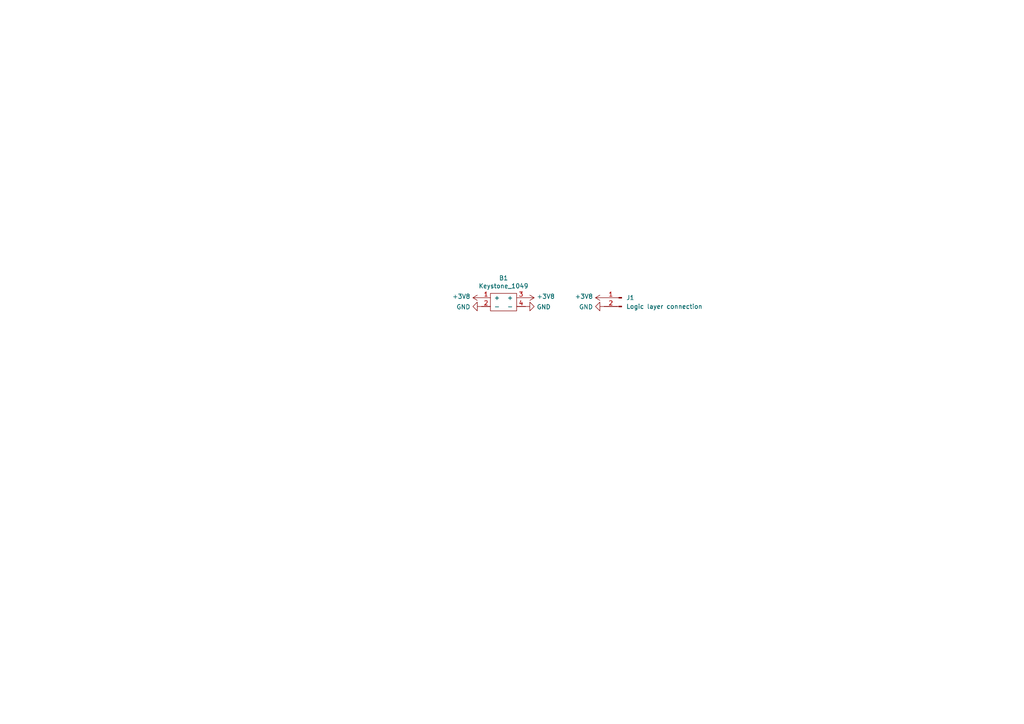
<source format=kicad_sch>
(kicad_sch
	(version 20231120)
	(generator "eeschema")
	(generator_version "8.0")
	(uuid "7800e6ab-aa65-462d-8ab2-668ad872097a")
	(paper "A4")
	(lib_symbols
		(symbol "General_TM:Keystone_1049"
			(pin_names
				(offset 1.016)
			)
			(exclude_from_sim no)
			(in_bom yes)
			(on_board yes)
			(property "Reference" "B"
				(at 0 5.08 0)
				(effects
					(font
						(size 1.27 1.27)
					)
				)
			)
			(property "Value" "Keystone_1049"
				(at 0 7.62 0)
				(effects
					(font
						(size 1.27 1.27)
					)
				)
			)
			(property "Footprint" ""
				(at 12.7 8.89 0)
				(effects
					(font
						(size 1.27 1.27)
					)
					(hide yes)
				)
			)
			(property "Datasheet" ""
				(at 12.7 8.89 0)
				(effects
					(font
						(size 1.27 1.27)
					)
					(hide yes)
				)
			)
			(property "Description" ""
				(at 0 0 0)
				(effects
					(font
						(size 1.27 1.27)
					)
					(hide yes)
				)
			)
			(symbol "Keystone_1049_0_1"
				(rectangle
					(start -3.81 2.54)
					(end 3.81 -2.54)
					(stroke
						(width 0)
						(type default)
					)
					(fill
						(type none)
					)
				)
			)
			(symbol "Keystone_1049_1_1"
				(pin power_out line
					(at -6.35 1.27 0)
					(length 2.54)
					(name "+"
						(effects
							(font
								(size 1.27 1.27)
							)
						)
					)
					(number "1"
						(effects
							(font
								(size 1.27 1.27)
							)
						)
					)
				)
				(pin power_out line
					(at -6.35 -1.27 0)
					(length 2.54)
					(name "-"
						(effects
							(font
								(size 1.27 1.27)
							)
						)
					)
					(number "2"
						(effects
							(font
								(size 1.27 1.27)
							)
						)
					)
				)
				(pin power_out line
					(at 6.35 1.27 180)
					(length 2.54)
					(name "+"
						(effects
							(font
								(size 1.27 1.27)
							)
						)
					)
					(number "3"
						(effects
							(font
								(size 1.27 1.27)
							)
						)
					)
				)
				(pin power_out line
					(at 6.35 -1.27 180)
					(length 2.54)
					(name "-"
						(effects
							(font
								(size 1.27 1.27)
							)
						)
					)
					(number "4"
						(effects
							(font
								(size 1.27 1.27)
							)
						)
					)
				)
			)
		)
		(symbol "PowerLayer-rescue:+3V8-power"
			(power)
			(pin_names
				(offset 0)
			)
			(exclude_from_sim no)
			(in_bom yes)
			(on_board yes)
			(property "Reference" "#PWR"
				(at 0 -3.81 0)
				(effects
					(font
						(size 1.27 1.27)
					)
					(hide yes)
				)
			)
			(property "Value" "power_+3V8"
				(at 0 3.556 0)
				(effects
					(font
						(size 1.27 1.27)
					)
				)
			)
			(property "Footprint" ""
				(at 0 0 0)
				(effects
					(font
						(size 1.27 1.27)
					)
					(hide yes)
				)
			)
			(property "Datasheet" ""
				(at 0 0 0)
				(effects
					(font
						(size 1.27 1.27)
					)
					(hide yes)
				)
			)
			(property "Description" ""
				(at 0 0 0)
				(effects
					(font
						(size 1.27 1.27)
					)
					(hide yes)
				)
			)
			(symbol "+3V8-power_0_1"
				(polyline
					(pts
						(xy -0.762 1.27) (xy 0 2.54)
					)
					(stroke
						(width 0)
						(type solid)
					)
					(fill
						(type none)
					)
				)
				(polyline
					(pts
						(xy 0 0) (xy 0 2.54)
					)
					(stroke
						(width 0)
						(type solid)
					)
					(fill
						(type none)
					)
				)
				(polyline
					(pts
						(xy 0 2.54) (xy 0.762 1.27)
					)
					(stroke
						(width 0)
						(type solid)
					)
					(fill
						(type none)
					)
				)
			)
			(symbol "+3V8-power_1_1"
				(pin power_in line
					(at 0 0 90)
					(length 0) hide
					(name "+3V8"
						(effects
							(font
								(size 1.27 1.27)
							)
						)
					)
					(number "1"
						(effects
							(font
								(size 1.27 1.27)
							)
						)
					)
				)
			)
		)
		(symbol "PowerLayer-rescue:Conn_01x02_Male-Connector"
			(pin_names
				(offset 1.016) hide)
			(exclude_from_sim no)
			(in_bom yes)
			(on_board yes)
			(property "Reference" "J"
				(at 0 2.54 0)
				(effects
					(font
						(size 1.27 1.27)
					)
				)
			)
			(property "Value" "Connector_Conn_01x02_Male"
				(at 0 -5.08 0)
				(effects
					(font
						(size 1.27 1.27)
					)
				)
			)
			(property "Footprint" ""
				(at 0 0 0)
				(effects
					(font
						(size 1.27 1.27)
					)
					(hide yes)
				)
			)
			(property "Datasheet" ""
				(at 0 0 0)
				(effects
					(font
						(size 1.27 1.27)
					)
					(hide yes)
				)
			)
			(property "Description" ""
				(at 0 0 0)
				(effects
					(font
						(size 1.27 1.27)
					)
					(hide yes)
				)
			)
			(property "ki_fp_filters" "Connector*:*_1x??_*"
				(at 0 0 0)
				(effects
					(font
						(size 1.27 1.27)
					)
					(hide yes)
				)
			)
			(symbol "Conn_01x02_Male-Connector_1_1"
				(polyline
					(pts
						(xy 1.27 -2.54) (xy 0.8636 -2.54)
					)
					(stroke
						(width 0.1524)
						(type solid)
					)
					(fill
						(type none)
					)
				)
				(polyline
					(pts
						(xy 1.27 0) (xy 0.8636 0)
					)
					(stroke
						(width 0.1524)
						(type solid)
					)
					(fill
						(type none)
					)
				)
				(rectangle
					(start 0.8636 -2.413)
					(end 0 -2.667)
					(stroke
						(width 0.1524)
						(type solid)
					)
					(fill
						(type outline)
					)
				)
				(rectangle
					(start 0.8636 0.127)
					(end 0 -0.127)
					(stroke
						(width 0.1524)
						(type solid)
					)
					(fill
						(type outline)
					)
				)
				(pin passive line
					(at 5.08 0 180)
					(length 3.81)
					(name "Pin_1"
						(effects
							(font
								(size 1.27 1.27)
							)
						)
					)
					(number "1"
						(effects
							(font
								(size 1.27 1.27)
							)
						)
					)
				)
				(pin passive line
					(at 5.08 -2.54 180)
					(length 3.81)
					(name "Pin_2"
						(effects
							(font
								(size 1.27 1.27)
							)
						)
					)
					(number "2"
						(effects
							(font
								(size 1.27 1.27)
							)
						)
					)
				)
			)
		)
		(symbol "PowerLayer-rescue:GND-power"
			(power)
			(pin_names
				(offset 0)
			)
			(exclude_from_sim no)
			(in_bom yes)
			(on_board yes)
			(property "Reference" "#PWR"
				(at 0 -6.35 0)
				(effects
					(font
						(size 1.27 1.27)
					)
					(hide yes)
				)
			)
			(property "Value" "power_GND"
				(at 0 -3.81 0)
				(effects
					(font
						(size 1.27 1.27)
					)
				)
			)
			(property "Footprint" ""
				(at 0 0 0)
				(effects
					(font
						(size 1.27 1.27)
					)
					(hide yes)
				)
			)
			(property "Datasheet" ""
				(at 0 0 0)
				(effects
					(font
						(size 1.27 1.27)
					)
					(hide yes)
				)
			)
			(property "Description" ""
				(at 0 0 0)
				(effects
					(font
						(size 1.27 1.27)
					)
					(hide yes)
				)
			)
			(symbol "GND-power_0_1"
				(polyline
					(pts
						(xy 0 0) (xy 0 -1.27) (xy 1.27 -1.27) (xy 0 -2.54) (xy -1.27 -1.27) (xy 0 -1.27)
					)
					(stroke
						(width 0)
						(type solid)
					)
					(fill
						(type none)
					)
				)
			)
			(symbol "GND-power_1_1"
				(pin power_in line
					(at 0 0 270)
					(length 0) hide
					(name "GND"
						(effects
							(font
								(size 1.27 1.27)
							)
						)
					)
					(number "1"
						(effects
							(font
								(size 1.27 1.27)
							)
						)
					)
				)
			)
		)
	)
	(symbol
		(lib_id "PowerLayer-rescue:+3V8-power")
		(at 175.26 86.36 90)
		(unit 1)
		(exclude_from_sim no)
		(in_bom yes)
		(on_board yes)
		(dnp no)
		(uuid "00000000-0000-0000-0000-000061a0771b")
		(property "Reference" "#PWR05"
			(at 179.07 86.36 0)
			(effects
				(font
					(size 1.27 1.27)
				)
				(hide yes)
			)
		)
		(property "Value" "+3V8"
			(at 172.0088 85.979 90)
			(effects
				(font
					(size 1.27 1.27)
				)
				(justify left)
			)
		)
		(property "Footprint" ""
			(at 175.26 86.36 0)
			(effects
				(font
					(size 1.27 1.27)
				)
				(hide yes)
			)
		)
		(property "Datasheet" ""
			(at 175.26 86.36 0)
			(effects
				(font
					(size 1.27 1.27)
				)
				(hide yes)
			)
		)
		(property "Description" ""
			(at 175.26 86.36 0)
			(effects
				(font
					(size 1.27 1.27)
				)
				(hide yes)
			)
		)
		(pin "1"
			(uuid "302621b9-89c4-43d1-b122-0645ac20aa09")
		)
		(instances
			(project "PowerLayer"
				(path "/7800e6ab-aa65-462d-8ab2-668ad872097a"
					(reference "#PWR05")
					(unit 1)
				)
			)
		)
	)
	(symbol
		(lib_id "PowerLayer-rescue:GND-power")
		(at 175.26 88.9 270)
		(unit 1)
		(exclude_from_sim no)
		(in_bom yes)
		(on_board yes)
		(dnp no)
		(uuid "00000000-0000-0000-0000-000061a07b60")
		(property "Reference" "#PWR06"
			(at 168.91 88.9 0)
			(effects
				(font
					(size 1.27 1.27)
				)
				(hide yes)
			)
		)
		(property "Value" "GND"
			(at 172.0088 89.027 90)
			(effects
				(font
					(size 1.27 1.27)
				)
				(justify right)
			)
		)
		(property "Footprint" ""
			(at 175.26 88.9 0)
			(effects
				(font
					(size 1.27 1.27)
				)
				(hide yes)
			)
		)
		(property "Datasheet" ""
			(at 175.26 88.9 0)
			(effects
				(font
					(size 1.27 1.27)
				)
				(hide yes)
			)
		)
		(property "Description" ""
			(at 175.26 88.9 0)
			(effects
				(font
					(size 1.27 1.27)
				)
				(hide yes)
			)
		)
		(pin "1"
			(uuid "bdac7406-f177-469f-a822-a9b4d5fd66ba")
		)
		(instances
			(project "PowerLayer"
				(path "/7800e6ab-aa65-462d-8ab2-668ad872097a"
					(reference "#PWR06")
					(unit 1)
				)
			)
		)
	)
	(symbol
		(lib_id "General_TM:Keystone_1049")
		(at 146.05 87.63 0)
		(unit 1)
		(exclude_from_sim no)
		(in_bom yes)
		(on_board yes)
		(dnp no)
		(uuid "00000000-0000-0000-0000-000061a12ce1")
		(property "Reference" "B1"
			(at 146.05 80.645 0)
			(effects
				(font
					(size 1.27 1.27)
				)
			)
		)
		(property "Value" "Keystone_1049"
			(at 146.05 82.9564 0)
			(effects
				(font
					(size 1.27 1.27)
				)
			)
		)
		(property "Footprint" "General_TM:BatteryHolder_Keystone_1049_2x18650"
			(at 158.75 78.74 0)
			(effects
				(font
					(size 1.27 1.27)
				)
				(hide yes)
			)
		)
		(property "Datasheet" ""
			(at 158.75 78.74 0)
			(effects
				(font
					(size 1.27 1.27)
				)
				(hide yes)
			)
		)
		(property "Description" ""
			(at 146.05 87.63 0)
			(effects
				(font
					(size 1.27 1.27)
				)
				(hide yes)
			)
		)
		(pin "2"
			(uuid "5f80d415-7e10-476f-805e-696e0f7e64bc")
		)
		(pin "1"
			(uuid "3f9088d7-9250-4387-a971-8e9b4309ad4b")
		)
		(pin "4"
			(uuid "f12c5663-5688-4abf-95fc-cd1e7ca91fd9")
		)
		(pin "3"
			(uuid "2f5396c2-8251-4bca-a25b-310f2e678210")
		)
		(instances
			(project "PowerLayer"
				(path "/7800e6ab-aa65-462d-8ab2-668ad872097a"
					(reference "B1")
					(unit 1)
				)
			)
		)
	)
	(symbol
		(lib_id "PowerLayer-rescue:+3V8-power")
		(at 139.7 86.36 90)
		(unit 1)
		(exclude_from_sim no)
		(in_bom yes)
		(on_board yes)
		(dnp no)
		(uuid "00000000-0000-0000-0000-000061a14500")
		(property "Reference" "#PWR01"
			(at 143.51 86.36 0)
			(effects
				(font
					(size 1.27 1.27)
				)
				(hide yes)
			)
		)
		(property "Value" "+3V8"
			(at 136.4488 85.979 90)
			(effects
				(font
					(size 1.27 1.27)
				)
				(justify left)
			)
		)
		(property "Footprint" ""
			(at 139.7 86.36 0)
			(effects
				(font
					(size 1.27 1.27)
				)
				(hide yes)
			)
		)
		(property "Datasheet" ""
			(at 139.7 86.36 0)
			(effects
				(font
					(size 1.27 1.27)
				)
				(hide yes)
			)
		)
		(property "Description" ""
			(at 139.7 86.36 0)
			(effects
				(font
					(size 1.27 1.27)
				)
				(hide yes)
			)
		)
		(pin "1"
			(uuid "17f91d3b-01b1-4538-a397-c9e9a7cba070")
		)
		(instances
			(project "PowerLayer"
				(path "/7800e6ab-aa65-462d-8ab2-668ad872097a"
					(reference "#PWR01")
					(unit 1)
				)
			)
		)
	)
	(symbol
		(lib_id "PowerLayer-rescue:GND-power")
		(at 139.7 88.9 270)
		(unit 1)
		(exclude_from_sim no)
		(in_bom yes)
		(on_board yes)
		(dnp no)
		(uuid "00000000-0000-0000-0000-000061a14506")
		(property "Reference" "#PWR02"
			(at 133.35 88.9 0)
			(effects
				(font
					(size 1.27 1.27)
				)
				(hide yes)
			)
		)
		(property "Value" "GND"
			(at 136.4488 89.027 90)
			(effects
				(font
					(size 1.27 1.27)
				)
				(justify right)
			)
		)
		(property "Footprint" ""
			(at 139.7 88.9 0)
			(effects
				(font
					(size 1.27 1.27)
				)
				(hide yes)
			)
		)
		(property "Datasheet" ""
			(at 139.7 88.9 0)
			(effects
				(font
					(size 1.27 1.27)
				)
				(hide yes)
			)
		)
		(property "Description" ""
			(at 139.7 88.9 0)
			(effects
				(font
					(size 1.27 1.27)
				)
				(hide yes)
			)
		)
		(pin "1"
			(uuid "1f08340d-77d7-49c5-950d-b696441fcb61")
		)
		(instances
			(project "PowerLayer"
				(path "/7800e6ab-aa65-462d-8ab2-668ad872097a"
					(reference "#PWR02")
					(unit 1)
				)
			)
		)
	)
	(symbol
		(lib_id "PowerLayer-rescue:+3V8-power")
		(at 152.4 86.36 270)
		(mirror x)
		(unit 1)
		(exclude_from_sim no)
		(in_bom yes)
		(on_board yes)
		(dnp no)
		(uuid "00000000-0000-0000-0000-000061a14702")
		(property "Reference" "#PWR07"
			(at 148.59 86.36 0)
			(effects
				(font
					(size 1.27 1.27)
				)
				(hide yes)
			)
		)
		(property "Value" "+3V8"
			(at 155.6512 85.979 90)
			(effects
				(font
					(size 1.27 1.27)
				)
				(justify left)
			)
		)
		(property "Footprint" ""
			(at 152.4 86.36 0)
			(effects
				(font
					(size 1.27 1.27)
				)
				(hide yes)
			)
		)
		(property "Datasheet" ""
			(at 152.4 86.36 0)
			(effects
				(font
					(size 1.27 1.27)
				)
				(hide yes)
			)
		)
		(property "Description" ""
			(at 152.4 86.36 0)
			(effects
				(font
					(size 1.27 1.27)
				)
				(hide yes)
			)
		)
		(pin "1"
			(uuid "df5adbf0-992b-487a-8dc0-ae982aa011e7")
		)
		(instances
			(project "PowerLayer"
				(path "/7800e6ab-aa65-462d-8ab2-668ad872097a"
					(reference "#PWR07")
					(unit 1)
				)
			)
		)
	)
	(symbol
		(lib_id "PowerLayer-rescue:GND-power")
		(at 152.4 88.9 90)
		(mirror x)
		(unit 1)
		(exclude_from_sim no)
		(in_bom yes)
		(on_board yes)
		(dnp no)
		(uuid "00000000-0000-0000-0000-000061a14708")
		(property "Reference" "#PWR08"
			(at 158.75 88.9 0)
			(effects
				(font
					(size 1.27 1.27)
				)
				(hide yes)
			)
		)
		(property "Value" "GND"
			(at 155.6512 89.027 90)
			(effects
				(font
					(size 1.27 1.27)
				)
				(justify right)
			)
		)
		(property "Footprint" ""
			(at 152.4 88.9 0)
			(effects
				(font
					(size 1.27 1.27)
				)
				(hide yes)
			)
		)
		(property "Datasheet" ""
			(at 152.4 88.9 0)
			(effects
				(font
					(size 1.27 1.27)
				)
				(hide yes)
			)
		)
		(property "Description" ""
			(at 152.4 88.9 0)
			(effects
				(font
					(size 1.27 1.27)
				)
				(hide yes)
			)
		)
		(pin "1"
			(uuid "fcee41ee-5476-4c17-a1ee-086f7d8d0a22")
		)
		(instances
			(project "PowerLayer"
				(path "/7800e6ab-aa65-462d-8ab2-668ad872097a"
					(reference "#PWR08")
					(unit 1)
				)
			)
		)
	)
	(symbol
		(lib_id "PowerLayer-rescue:Conn_01x02_Male-Connector")
		(at 180.34 86.36 0)
		(mirror y)
		(unit 1)
		(exclude_from_sim no)
		(in_bom yes)
		(on_board yes)
		(dnp no)
		(uuid "00000000-0000-0000-0000-000061b68130")
		(property "Reference" "J1"
			(at 181.61 86.36 0)
			(effects
				(font
					(size 1.27 1.27)
				)
				(justify right)
			)
		)
		(property "Value" "Logic layer connection"
			(at 181.61 88.9 0)
			(effects
				(font
					(size 1.27 1.27)
				)
				(justify right)
			)
		)
		(property "Footprint" "Connector_PinHeader_2.54mm:PinHeader_1x02_P2.54mm_Vertical"
			(at 180.34 86.36 0)
			(effects
				(font
					(size 1.27 1.27)
				)
				(hide yes)
			)
		)
		(property "Datasheet" "~"
			(at 180.34 86.36 0)
			(effects
				(font
					(size 1.27 1.27)
				)
				(hide yes)
			)
		)
		(property "Description" ""
			(at 180.34 86.36 0)
			(effects
				(font
					(size 1.27 1.27)
				)
				(hide yes)
			)
		)
		(pin "1"
			(uuid "eae06c03-1289-4b0c-825d-481d5a237975")
		)
		(pin "2"
			(uuid "5ec1cedf-cf20-4f59-862a-3f3bd9ee2766")
		)
		(instances
			(project "PowerLayer"
				(path "/7800e6ab-aa65-462d-8ab2-668ad872097a"
					(reference "J1")
					(unit 1)
				)
			)
		)
	)
	(sheet_instances
		(path "/"
			(page "1")
		)
	)
)
</source>
